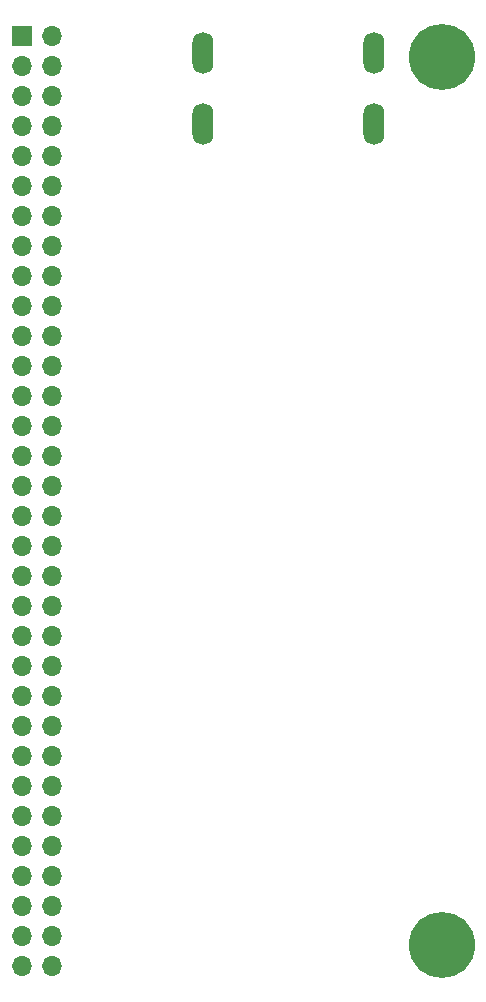
<source format=gbr>
%TF.GenerationSoftware,KiCad,Pcbnew,6.0.5*%
%TF.CreationDate,2022-05-15T12:23:52+02:00*%
%TF.ProjectId,hdmi brd,68646d69-2062-4726-942e-6b696361645f,rev?*%
%TF.SameCoordinates,Original*%
%TF.FileFunction,Soldermask,Bot*%
%TF.FilePolarity,Negative*%
%FSLAX46Y46*%
G04 Gerber Fmt 4.6, Leading zero omitted, Abs format (unit mm)*
G04 Created by KiCad (PCBNEW 6.0.5) date 2022-05-15 12:23:52*
%MOMM*%
%LPD*%
G01*
G04 APERTURE LIST*
%ADD10O,1.778000X3.556000*%
%ADD11C,5.600000*%
%ADD12R,1.700000X1.700000*%
%ADD13O,1.700000X1.700000*%
G04 APERTURE END LIST*
D10*
%TO.C,J2*%
X106056000Y-55715000D03*
X91556000Y-55715000D03*
X106056000Y-49715000D03*
X91556000Y-49715000D03*
%TD*%
D11*
%TO.C,H2*%
X111760000Y-125222000D03*
%TD*%
%TO.C,H1*%
X111760000Y-50038000D03*
%TD*%
D12*
%TO.C,J1*%
X76200000Y-48260000D03*
D13*
X78740000Y-48260000D03*
X76200000Y-50800000D03*
X78740000Y-50800000D03*
X76200000Y-53340000D03*
X78740000Y-53340000D03*
X76200000Y-55880000D03*
X78740000Y-55880000D03*
X76200000Y-58420000D03*
X78740000Y-58420000D03*
X76200000Y-60960000D03*
X78740000Y-60960000D03*
X76200000Y-63500000D03*
X78740000Y-63500000D03*
X76200000Y-66040000D03*
X78740000Y-66040000D03*
X76200000Y-68580000D03*
X78740000Y-68580000D03*
X76200000Y-71120000D03*
X78740000Y-71120000D03*
X76200000Y-73660000D03*
X78740000Y-73660000D03*
X76200000Y-76200000D03*
X78740000Y-76200000D03*
X76200000Y-78740000D03*
X78740000Y-78740000D03*
X76200000Y-81280000D03*
X78740000Y-81280000D03*
X76200000Y-83820000D03*
X78740000Y-83820000D03*
X76200000Y-86360000D03*
X78740000Y-86360000D03*
X76200000Y-88900000D03*
X78740000Y-88900000D03*
X76200000Y-91440000D03*
X78740000Y-91440000D03*
X76200000Y-93980000D03*
X78740000Y-93980000D03*
X76200000Y-96520000D03*
X78740000Y-96520000D03*
X76200000Y-99060000D03*
X78740000Y-99060000D03*
X76200000Y-101600000D03*
X78740000Y-101600000D03*
X76200000Y-104140000D03*
X78740000Y-104140000D03*
X76200000Y-106680000D03*
X78740000Y-106680000D03*
X76200000Y-109220000D03*
X78740000Y-109220000D03*
X76200000Y-111760000D03*
X78740000Y-111760000D03*
X76200000Y-114300000D03*
X78740000Y-114300000D03*
X76200000Y-116840000D03*
X78740000Y-116840000D03*
X76200000Y-119380000D03*
X78740000Y-119380000D03*
X76200000Y-121920000D03*
X78740000Y-121920000D03*
X76200000Y-124460000D03*
X78740000Y-124460000D03*
X76200000Y-127000000D03*
X78740000Y-127000000D03*
%TD*%
M02*

</source>
